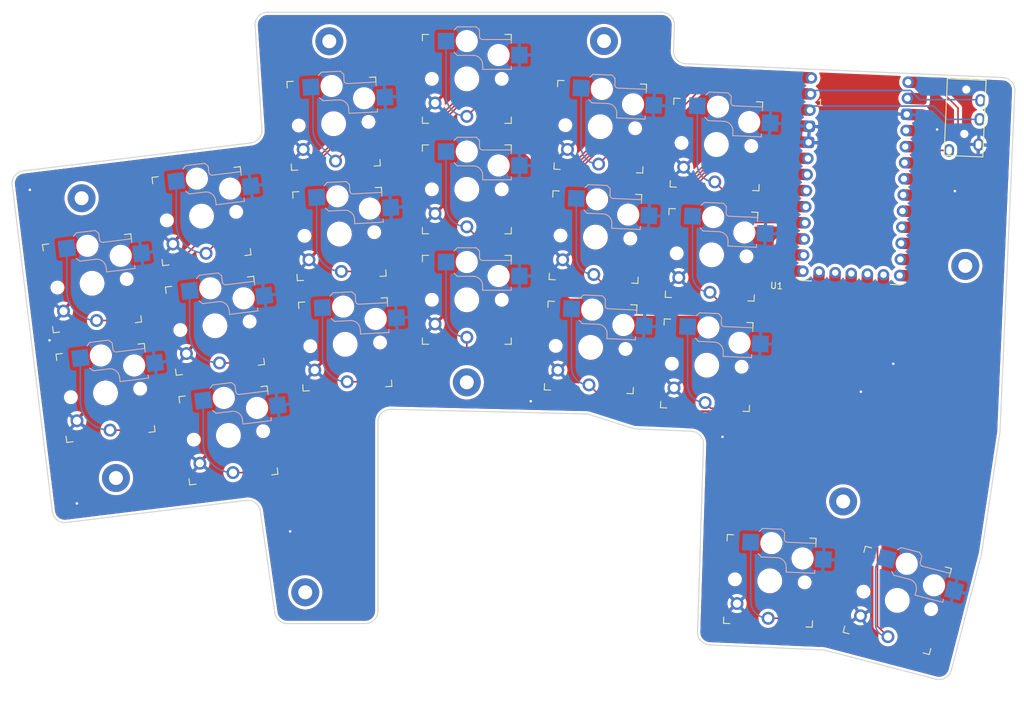
<source format=kicad_pcb>
(kicad_pcb (version 20240108) (generator "pcbnew") (generator_version "8.0")
  (title_block (title "Kivipallur_left") (rev "1") (company "dresan"))
  (layers (0 "F.Cu" signal) (31 "B.Cu" signal) (34 "B.Paste" user) (35 "F.Paste" user) (36 "B.SilkS" user "B.Silkscreen") (37 "F.SilkS" user "F.Silkscreen") (38 "B.Mask" user) (39 "F.Mask" user) (44 "Edge.Cuts" user))
  (net 0 "")
  (net 1 "/TRRS_TX")
  (net 2 "+3V3")
  (net 3 "GND")
  (net 4 "/TRRS_RX")
  (net 5 "/OUTER_TOP")
  (net 6 "/OUTER_BOTTOM")
  (net 7 "/PINKY_TOP")
  (net 8 "/PINKY_HOME")
  (net 9 "/PINKY_BOTTOM")
  (net 10 "/RING_TOP")
  (net 11 "/RING_HOME")
  (net 12 "/RING_BOTTOM")
  (net 13 "/MIDDLE_TOP")
  (net 14 "/MIDDLE_HOME")
  (net 15 "/MIDDLE_BOTTOM")
  (net 16 "/INDEX_TOP")
  (net 17 "/INDEX_HOME")
  (net 18 "/INDEX_BOTTOM")
  (net 19 "/INNER_TOP")
  (net 20 "/INNER_HOME")
  (net 21 "/INNER_BOTTOM")
  (net 22 "/THUMB_LEFT")
  (net 23 "/THUMB_RIGHT")
  (footprint "MountingHole:MountingHole_2.2mm_M2_Pad" (layer "F.Cu") (at 75.164907 111.092323)
    (property "Reference" "H2" (hide yes))
    (property "Value" "MountingHole")
  )
  (footprint "keyswitches:Kailh_socket_PG1350_optional" (layer "F.Cu") (at 149.927095 90.5232 -2.5)
    (property "Reference" "SW14" (hide yes))
    (property "Value" "SW_Push")
  )
  (footprint "keyswitches:Kailh_socket_PG1350_optional" (layer "F.Cu") (at 151.44505 55.756322 -2.5)
    (property "Reference" "SW12" (hide yes))
    (property "Value" "SW_Push")
  )
  (footprint "MountingHole:MountingHole_2.2mm_M2_Pad" (layer "F.Cu") (at 130.427095 96.0232)
    (property "Reference" "H4" (hide yes))
    (property "Value" "MountingHole")
  )
  (footprint "keyswitches:Kailh_socket_PG1350_optional" (layer "F.Cu") (at 150.686073 73.139761 -2.5)
    (property "Reference" "SW13" (hide yes))
    (property "Value" "SW_Push")
  )
  (footprint "keyswitches:Kailh_socket_PG1350_optional" (layer "F.Cu") (at 110.35719 72.659375 3)
    (property "Reference" "SW7" (hide yes))
    (property "Value" "SW_Push")
  )
  (footprint "keyswitches:Kailh_socket_PG1350_optional" (layer "F.Cu") (at 71.399144 80.422647 7)
    (property "Reference" "SW1" (hide yes))
    (property "Value" "SW_Push")
  )
  (footprint "keyswitches:Kailh_socket_PG1350_optional" (layer "F.Cu") (at 168.981321 75.940454 -2.5)
    (property "Reference" "SW16" (hide yes))
    (property "Value" "SW_Push")
  )
  (footprint "keyswitches:Kailh_socket_PG1350_optional" (layer "F.Cu") (at 178.150244 127.28927 -2.5)
    (property "Reference" "SW18" (hide yes))
    (property "Value" "SW_Push")
  )
  (footprint "keyswitches:Kailh_socket_PG1350_optional" (layer "F.Cu") (at 73.519671 97.69295 7)
    (property "Reference" "SW2" (hide yes))
    (property "Value" "SW_Push")
  )
  (footprint "keyswitches:Kailh_socket_PG1350_optional" (layer "F.Cu") (at 109.446544 55.283221 3)
    (property "Reference" "SW6" (hide yes))
    (property "Value" "SW_Push")
  )
  (footprint "Keebio-Parts:TRRS-PJ-320A" (layer "F.Cu") (at 209.172629 48.305576 -2.5)
    (property "Reference" "J1")
    (property "Value" "TRRS")
  )
  (footprint "PCM_marbastlib-xp-promicroish:Helios_ACH" (layer "F.Cu") (at 191.6 64.9 -2.5)
    (property "Reference" "U1")
    (property "Value" "Helios")
  )
  (footprint "keyswitches:Kailh_socket_PG1350_optional" (layer "F.Cu") (at 88.638291 69.842863 7)
    (property "Reference" "SW3" (hide yes))
    (property "Value" "SW_Push")
  )
  (footprint "MountingHole:MountingHole_2.2mm_M2_Pad" (layer "F.Cu") (at 152.033912 42.269171)
    (property "Reference" "H6" (hide yes))
    (property "Value" "MountingHole")
  )
  (footprint "keyswitches:Kailh_socket_PG1350_optional" (layer "F.Cu") (at 168.222344 93.323893 -2.5)
    (property "Reference" "SW17" (hide yes))
    (property "Value" "SW_Push")
  )
  (footprint "keyswitches:Kailh_socket_PG1350_optional" (layer "F.Cu") (at 90.758818 87.113166 7)
    (property "Reference" "SW4" (hide yes))
    (property "Value" "SW_Push")
  )
  (footprint "keyswitches:Kailh_socket_PG1350_optional" (layer "F.Cu") (at 198.235056 130.368288 -14.5)
    (property "Reference" "SW19" (hide yes))
    (property "Value" "SW_Push")
  )
  (footprint "MountingHole:MountingHole_2.2mm_M2_Pad" (layer "F.Cu") (at 69.753908 67.023274)
    (property "Reference" "H1" (hide yes))
    (property "Value" "MountingHole")
  )
  (footprint "keyswitches:Kailh_socket_PG1350_optional" (layer "F.Cu") (at 130.427095 83.0232)
    (property "Reference" "SW11" (hide yes))
    (property "Value" "SW_Push")
  )
  (footprint "MountingHole:MountingHole_2.2mm_M2_Pad" (layer "F.Cu") (at 104.980863 129.092845)
    (property "Reference" "H3" (hide yes))
    (property "Value" "MountingHole")
  )
  (footprint "keyswitches:Kailh_socket_PG1350_optional" (layer "F.Cu") (at 92.879344 104.383469 7)
    (property "Reference" "SW5" (hide yes))
    (property "Value" "SW_Push")
  )
  (footprint "MountingHole:MountingHole_2.2mm_M2_Pad" (layer "F.Cu") (at 108.766176 42.301037)
    (property "Reference" "H5" (hide yes))
    (property "Value" "MountingHole")
  )
  (footprint "MountingHole:MountingHole_2.2mm_M2_Pad" (layer "F.Cu") (at 208.94325 77.68523)
    (property "Reference" "H7" (hide yes))
    (property "Value" "MountingHole")
  )
  (footprint "keyswitches:Kailh_socket_PG1350_optional" (layer "F.Cu") (at 130.427095 48.2232)
    (property "Reference" "SW9" (hide yes))
    (property "Value" "SW_Push")
  )
  (footprint "keyswitches:Kailh_socket_PG1350_optional" (layer "F.Cu") (at 111.267835 90.035529 3)
    (property "Reference" "SW8" (hide yes))
    (property "Value" "SW_Push")
  )
  (footprint "MountingHole:MountingHole_2.2mm_M2_Pad" (layer "F.Cu") (at 189.706827 114.781456)
    (property "Reference" "H8" (hide yes))
    (property "Value" "MountingHole")
  )
  (footprint "keyswitches:Kailh_socket_PG1350_optional" (layer "F.Cu") (at 169.740299 58.557015 -2.5)
    (property "Reference" "SW15" (hide yes))
    (property "Value" "SW_Push")
  )
  (footprint "keyswitches:Kailh_socket_PG1350_optional" (layer "F.Cu") (at 130.427095 65.6232)
    (property "Reference" "SW10" (hide yes))
    (property "Value" "SW_Push")
  )
  (gr_arc (start 206.757757 141.346665) (mid 205.834291 142.570486) (end 204.315654 142.780888) (stroke (width 0.15)) (layer "Edge.Cuts"))
  (gr_arc (start 116.427096 102.27159) (mid 117.029886 100.840575) (end 118.4749 100.272162) (stroke (width 0.15)) (layer "Edge.Cuts"))
  (gr_arc (start 95.685384 114.617785) (mid 97.145324 115.015158) (end 97.909193 116.321234) (stroke (width 0.15)) (layer "Edge.Cuts"))
  (gr_arc (start 164.886763 45.833197) (mid 163.500773 45.187728) (end 162.975737 43.751784) (stroke (width 0.15)) (layer "Edge.Cuts"))
  (gr_arc (start 67.360227 118.095677) (mid 65.885165 117.686606) (end 65.131395 116.354323) (stroke (width 0.15)) (layer "Edge.Cuts"))
  (gr_arc (start 214.843092 48.014338) (mid 216.230408 48.661254) (end 216.753949 50.099673) (stroke (width 0.15)) (layer "Edge.Cuts"))
  (gr_line (start 149.183563 101.00638) (end 118.4749 100.272162) (stroke (width 0.15)) (layer "Edge.Cuts"))
  (gr_arc (start 98.151578 56.19364) (mid 97.696905 57.600882) (end 96.399697 58.311029) (stroke (width 0.15)) (layer "Edge.Cuts"))
  (gr_line (start 65.131395 116.354323) (end 58.818563 64.940432) (stroke (width 0.15)) (layer "Edge.Cuts"))
  (gr_line (start 116.427095 102.27159) (end 116.427095 132.0232) (stroke (width 0.15)) (layer "Edge.Cuts"))
  (gr_line (start 114.427095 134.0232) (end 102.162749 134.0232) (stroke (width 0.15)) (layer "Edge.Cuts"))
  (gr_line (start 100.182679 132.304843) (end 97.909193 116.321234) (stroke (width 0.15)) (layer "Edge.Cuts"))
  (gr_line (start 214.391243 103.954017) (end 211.529073 122.8552) (stroke (width 0.15)) (layer "Edge.Cuts"))
  (gr_line (start 186.471031 138.162566) (end 168.677091 137.385666) (stroke (width 0.15)) (layer "Edge.Cuts"))
  (gr_line (start 164.886762 45.833197) (end 214.843092 48.014337) (stroke (width 0.15)) (layer "Edge.Cuts"))
  (gr_arc (start 149.183563 101.00638) (mid 149.465744 101.033219) (end 149.741297 101.099681) (stroke (width 0.15)) (layer "Edge.Cuts"))
  (gr_line (start 99.064074 37.7232) (end 161.141969 37.7232) (stroke (width 0.15)) (layer "Edge.Cuts"))
  (gr_arc (start 168.677092 137.385667) (mid 167.297868 136.74753) (end 166.765334 135.324194) (stroke (width 0.15)) (layer "Edge.Cuts"))
  (gr_arc (start 157.040065 103.345668) (mid 156.777876 103.31681) (end 156.521765 103.253699) (stroke (width 0.15)) (layer "Edge.Cuts"))
  (gr_line (start 163.140233 39.806517) (end 162.975737 43.751784) (stroke (width 0.15)) (layer "Edge.Cuts"))
  (gr_arc (start 58.818564 64.940432) (mid 59.227634 63.46537) (end 60.559917 62.711601) (stroke (width 0.15)) (layer "Edge.Cuts"))
  (gr_line (start 166.765334 135.324194) (end 167.701716 105.789169) (stroke (width 0.15)) (layer "Edge.Cuts"))
  (gr_line (start 211.487911 123.056518) (end 206.757757 141.346666) (stroke (width 0.15)) (layer "Edge.Cuts"))
  (gr_arc (start 214.411883 103.741813) (mid 214.404393 103.84819) (end 214.391243 103.954017) (stroke (width 0.15)) (layer "Edge.Cuts"))
  (gr_line (start 95.685384 114.617784) (end 67.360226 118.095676) (stroke (width 0.15)) (layer "Edge.Cuts"))
  (gr_line (start 98.151578 56.193639) (end 97.068454 39.855498) (stroke (width 0.15)) (layer "Edge.Cuts"))
  (gr_arc (start 97.068454 39.855498) (mid 97.603835 38.356561) (end 99.064074 37.7232) (stroke (width 0.15)) (layer "Edge.Cuts"))
  (gr_arc (start 165.789959 103.727697) (mid 167.169182 104.365834) (end 167.701716 105.789169) (stroke (width 0.15)) (layer "Edge.Cuts"))
  (gr_arc (start 102.16275 134.0232) (mid 100.851888 133.533711) (end 100.182679 132.304843) (stroke (width 0.15)) (layer "Edge.Cuts"))
  (gr_line (start 216.753949 50.099673) (end 214.411883 103.741814) (stroke (width 0.15)) (layer "Edge.Cuts"))
  (gr_line (start 204.315654 142.780888) (end 186.889601 138.22568) (stroke (width 0.15)) (layer "Edge.Cuts"))
  (gr_line (start 60.559917 62.711601) (end 96.399697 58.311029) (stroke (width 0.15)) (layer "Edge.Cuts"))
  (gr_arc (start 116.427095 132.0232) (mid 115.841309 133.437414) (end 114.427095 134.0232) (stroke (width 0.15)) (layer "Edge.Cuts"))
  (gr_line (start 156.521765 103.253699) (end 149.741297 101.099681) (stroke (width 0.15)) (layer "Edge.Cuts"))
  (gr_arc (start 186.471031 138.162566) (mid 186.68199 138.183018) (end 186.889601 138.22568) (stroke (width 0.15)) (layer "Edge.Cuts"))
  (gr_arc (start 211.529072 122.8552) (mid 211.511079 122.956388) (end 211.487911 123.056518) (stroke (width 0.15)) (layer "Edge.Cuts"))
  (gr_line (start 165.789959 103.727696) (end 157.040065 103.345668) (stroke (width 0.15)) (layer "Edge.Cuts"))
  (gr_arc (start 161.14197 37.7232) (mid 162.585339 38.338757) (end 163.140233 39.806517) (stroke (width 0.15)) (layer "Edge.Cuts"))
  (segment (start 200.329522 50.050676) (end 185.156856 50.050676) (width 0.25) (layer "B.Cu") (net 1))
  (segment (start 211.228003 51.5) (end 201.778846 51.5) (width 0.25) (layer "B.Cu") (net 1))
  (segment (start 185.156856 50.050676) (end 184.596615 50.610917) (width 0.25) (layer "B.Cu") (net 1))
  (segment (start 211.330858 51.602855) (end 211.228003 51.5) (width 0.25) (layer "B.Cu") (net 1))
  (segment (start 201.778846 51.5) (end 200.329522 50.050676) (width 0.25) (layer "B.Cu") (net 1))
  (segment (start 211.330858 51.602855) (end 211.330858 51.969142) (width 0.25) (layer "B.Cu") (net 1))
  (segment (start 201.33786 59.494496) (end 200.788493 58.945129) (width 0.25) (layer "F.Cu") (net 2))
  (segment (start 206.381919 59.494496) (end 201.33786 59.494496) (width 0.25) (layer "F.Cu") (net 2))
  (via (at 61.6 65.7) (size 0.8) (drill 0.4) (layers "F.Cu" "B.Cu") (net 3))
  (via (at 192.5 97.5) (size 0.8) (drill 0.4) (layers "F.Cu" "B.Cu") (net 3))
  (via (at 170.7 104.6) (size 0.8) (drill 0.4) (layers "F.Cu" "B.Cu") (net 3))
  (via (at 64.7 89.4) (size 0.8) (drill 0.4) (layers "F.Cu" "B.Cu") (net 3))
  (via (at 207.3 65.9) (size 0.8) (drill 0.4) (layers "F.Cu" "B.Cu") (net 3))
  (via (at 204.5 56.2) (size 0.8) (drill 0.4) (layers "F.Cu" "B.Cu") (net 3))
  (via (at 102.6 119.5) (size 0.8) (drill 0.4) (layers "F.Cu" "B.Cu") (net 3))
  (via (at 140.5 99) (size 0.8) (drill 0.4) (layers "F.Cu" "B.Cu") (net 3))
  (via (at 197.6 93.1) (size 0.8) (drill 0.4) (layers "F.Cu" "B.Cu") (net 3))
  (via (at 69 115.1) (size 0.8) (drill 0.4) (layers "F.Cu" "B.Cu") (net 3))
  (segment (start 183.795265 53.7) (end 183.187059 53.091794) (width 0.25) (layer "F.Cu") (net 4))
  (segment (start 203.975371 52.500676) (end 185.133645 52.500676) (width 0.25) (layer "B.Cu") (net 4))
  (segment (start 185.133645 52.500676) (end 184.485822 53.148499) (width 0.25) (layer "B.Cu") (net 4))
  (segment (start 211.2 54.6) (end 206.074695 54.6) (width 0.25) (layer "B.Cu") (net 4))
  (segment (start 206.074695 54.6) (end 203.975371 52.500676) (width 0.25) (layer "B.Cu") (net 4))
  (segment (start 150.140812 58.65) (end 158.45 58.65) (width 0.25) (layer "F.Cu") (net 5))
  (segment (start 121.8 58.5) (end 128.9 51.4) (width 0.25) (layer "F.Cu") (net 5))
  (segment (start 144.154594 61.745406) (end 147.045406 61.745406) (width 0.25) (layer "F.Cu") (net 5))
  (segment (start 88.3 73.8) (end 93.8 73.8) (width 0.25) (layer "F.Cu") (net 5))
  (segment (start 147.045406 61.745406) (end 150.140812 58.65) (width 0.25) (layer "F.Cu") (net 5))
  (segment (start 158.45 58.65) (end 169.083371 48.016629) (width 0.25) (layer "F.Cu") (net 5))
  (segment (start 72.118173 86.278669) (end 75.821331 86.278669) (width 0.25) (layer "F.Cu") (net 5))
  (segment (start 75.821331 86.278669) (end 88.3 73.8) (width 0.25) (layer "F.Cu") (net 5))
  (segment (start 93.8 73.8) (end 109.1 58.5) (width 0.25) (layer "F.Cu") (net 5))
  (segment (start 133.809188 51.4) (end 144.154594 61.745406) (width 0.25) (layer "F.Cu") (net 5))
  (segment (start 109.1 58.5) (end 121.8 58.5) (width 0.25) (layer "F.Cu") (net 5))
  (segment (start 169.083371 48.016629) (end 183.408646 48.016629) (width 0.25) (layer "F.Cu") (net 5))
  (segment (start 128.9 51.4) (end 133.809188 51.4) (width 0.25) (layer "F.Cu") (net 5))
  (segment (start 67.423433 81.583929) (end 67.423433 74.916119) (width 0.25) (layer "B.Cu") (net 5))
  (arc (start 72.118173 86.278669) (mid 68.798491 84.903611) (end 67.423433 81.583929) (width 0.25) (layer "B.Cu") (net 5))
  (segment (start 202.820294 64.020294) (end 200.566907 64.020294) (width 0.25) (layer "F.Cu") (net 6))
  (segment (start 100.524349 110.689491) (end 100.60692 110.60692) (width 0.25) (layer "F.Cu") (net 6))
  (segment (start 94.4 112.2) (end 95.910509 110.689491) (width 0.25) (layer "F.Cu") (net 6))
  (segment (start 100.60692 110.60692) (end 114.386396 96.827443) (width 0.25) (layer "F.Cu") (net 6))
  (segment (start 137.890812 92.7) (end 143.349974 98.159162) (width 0.25) (layer "F.Cu") (net 6))
  (segment (start 86.9 112.2) (end 94.4 112.2) (width 0.25) (layer "F.Cu") (net 6))
  (segment (start 78.248972 103.548972) (end 86.9 112.2) (width 0.25) (layer "F.Cu") (net 6))
  (segment (start 204.6 81.836396) (end 204.6 65.8) (width 0.25) (layer "F.Cu") (net 6))
  (segment (start 114.386396 96.827443) (end 121.872557 96.827443) (width 0.25) (layer "F.Cu") (net 6))
  (segment (start 143.349974 98.159162) (end 147.240839 98.159162) (width 0.25) (layer "F.Cu") (net 6))
  (segment (start 148.804469 99.722792) (end 160.177208 99.722792) (width 0.25) (layer "F.Cu") (net 6))
  (segment (start 147.240839 98.159162) (end 148.804469 99.722792) (width 0.25) (layer "F.Cu") (net 6))
  (segment (start 184.077118 102.359278) (end 204.6 81.836396) (width 0.25) (layer "F.Cu") (net 6))
  (segment (start 95.910509 110.689491) (end 100.524349 110.689491) (width 0.25) (layer "F.Cu") (net 6))
  (segment (start 204.6 65.8) (end 202.820294 64.020294) (width 0.25) (layer "F.Cu") (net 6))
  (segment (start 74.2387 103.548972) (end 78.248972 103.548972) (width 0.25) (layer "F.Cu") (net 6))
  (segment (start 121.872557 96.827443) (end 126 92.7) (width 0.25) (layer "F.Cu") (net 6))
  (segment (start 160.177208 99.722792) (end 162.813694 102.359278) (width 0.25) (layer "F.Cu") (net 6))
  (segment (start 162.813694 102.359278) (end 184.077118 102.359278) (width 0.25) (layer "F.Cu") (net 6))
  (segment (start 126 92.7) (end 137.890812 92.7) (width 0.25) (layer "F.Cu") (net 6))
  (segment (start 69.54396 98.854232) (end 69.54396 92.186422) (width 0.25) (layer "B.Cu") (net 6))
  (arc (start 74.2387 103.548972) (mid 70.919018 102.173914) (end 69.54396 98.854232) (width 0.25) (layer "B.Cu") (net 6))
  (segment (start 158.5 59.1) (end 160.104541 60.704541) (width 0.25) (layer "F.Cu") (net 7))
  (segment (start 150.327208 59.1) (end 158.5 59.1) (width 0.25) (layer "F.Cu") (net 7))
  (segment (start 89.35732 75.698885) (end 90.806205 74.25) (width 0.25) (layer "F.Cu") (net 7))
  (segment (start 90.806205 74.25) (end 93.986396 74.25) (width 0.25) (layer "F.Cu") (net 7))
  (segment (start 160.104541 60.704541) (end 160.2 60.704541) (width 0.25) (layer "F.Cu") (net 7))
  (segment (start 121.986396 58.95) (end 129.086396 51.85) (width 0.25) (layer "F.Cu") (net 7))
  (segment (start 129.086396 51.85) (end 133.622792 51.85) (width 0.25) (layer "F.Cu") (net 7))
  (segment (start 168.886271 60.704541) (end 182.85468 60.704541) (width 0.25) (layer "F.Cu") (net 7))
  (segment (start 165.840812 63.75) (end 168.886271 60.704541) (width 0.25) (layer "F.Cu") (net 7))
  (segment (start 109.286396 58.95) (end 121.986396 58.95) (width 0.25) (layer "F.Cu") (net 7))
  (segment (start 147.213604 62.213604) (end 150.327208 59.1) (width 0.25) (layer "F.Cu") (net 7))
  (segment (start 163.245459 63.75) (end 165.840812 63.75) (width 0.25) (layer "F.Cu") (net 7))
  (segment (start 160.2 60.704541) (end 163.245459 63.75) (width 0.25) (layer "F.Cu") (net 7))
  (segment (start 133.622792 51.85) (end 143.986396 62.213604) (width 0.25) (layer "F.Cu") (net 7))
  (segment (start 93.986396 74.25) (end 109.286396 58.95) (width 0.25) (layer "F.Cu") (net 7))
  (segment (start 143.986396 62.213604) (end 147.213604 62.213604) (width 0.25) (layer "F.Cu") (net 7))
  (segment (start 84.66258 71.004145) (end 84.66258 64.336335) (width 0.25) (layer "B.Cu") (net 7))
  (arc (start 89.35732 75.698885) (mid 86.037638 74.323827) (end 84.66258 71.004145) (width 0.25) (layer "B.Cu") (net 7))
  (segment (start 188.4 81.79999) (end 188.4 82.2) (width 0.25) (layer "F.Cu") (net 8))
  (segment (start 153.7 84.9) (end 151 82.2) (width 0.25) (layer "F.Cu") (net 8))
  (segment (start 151 82.2) (end 146.863604 82.2) (width 0.25) (layer "F.Cu") (net 8))
  (segment (start 138.963604 74.3) (end 120.6 74.3) (width 0.25) (layer "F.Cu") (net 8))
  (segment (start 185.7 84.9) (end 153.7 84.9) (width 0.25) (layer "F.Cu") (net 8))
  (segment (start 188.4 82.2) (end 185.7 84.9) (width 0.25) (layer "F.Cu") (net 8))
  (segment (start 106 81.2) (end 94.230812 92.969188) (width 0.25) (layer "F.Cu") (net 8))
  (segment (start 120.6 74.3) (end 113.7 81.2) (width 0.25) (layer "F.Cu") (net 8))
  (segment (start 188.396349 81.796339) (end 188.4 81.79999) (width 0.25) (layer "F.Cu") (net 8))
  (segment (start 146.863604 82.2) (end 138.963604 74.3) (width 0.25) (layer "F.Cu") (net 8))
  (segment (start 113.7 81.2) (end 106 81.2) (width 0.25) (layer "F.Cu") (net 8))
  (segment (start 94.230812 92.969188) (end 91.477847 92.969188) (width 0.25) (layer "F.Cu") (net 8))
  (segment (start 188.396349 80.044673) (end 188.396349 81.796339) (width 0.25) (layer "F.Cu") (net 8))
  (segment (start 86.783107 88.274448) (end 86.783107 81.606638) (width 0.25) (layer "B.Cu") (net 8))
  (arc (start 91.477847 92.969188) (mid 88.158165 91.59413) (end 86.783107 88.274448) (width 0.25) (layer "B.Cu") (net 8))
  (segment (start 183.890722 101.909278) (end 204.15 81.65) (width 0.25) (layer "F.Cu") (net 9))
  (segment (start 160.30901 99.218198) (end 163.00009 101.909278) (width 0.25) (layer "F.Cu") (net 9))
  (segment (start 147.427235 97.709162) (end 148.936271 99.218198) (width 0.25) (layer "F.Cu") (net 9))
  (segment (start 114.2 96.377443) (end 121.622557 96.377443) (width 0.25) (layer "F.Cu") (net 9))
  (segment (start 202.957876 66.557876) (end 200.456114 66.557876) (width 0.25) (layer "F.Cu") (net 9))
  (segment (start 143.53637 97.709162) (end 147.427235 97.709162) (width 0.25) (layer "F.Cu") (net 9))
  (segment (start 100.337952 110.239491) (end 114.2 96.377443) (width 0.25) (layer "F.Cu") (net 9))
  (segment (start 163.00009 101.909278) (end 183.890722 101.909278) (width 0.25) (layer "F.Cu") (net 9))
  (segment (start 138.077208 92.25) (end 143.53637 97.709162) (width 0.25) (layer "F.Cu") (net 9))
  (segment (start 148.936271 99.218198) (end 160.30901 99.218198) (width 0.25) (layer "F.Cu") (net 9))
  (segment (start 204.15 81.65) (end 204.15 67.75) (width 0.25) (layer "F.Cu") (net 9))
  (segment (start 204.15 67.75) (end 202.957876 66.557876) (width 0.25) (layer "F.Cu") (net 9))
  (segment (start 93.598373 110.239491) (end 100.337952 110.239491) (width 0.25) (layer "F.Cu") (net 9))
  (segment (start 125.75 92.25) (end 138.077208 92.25) (width 0.25) (layer "F.Cu") (net 9))
  (segment (start 121.622557 96.377443) (end 125.75 92.25) (width 0.25) (layer "F.Cu") (net 9))
  (segment (start 88.903633 105.544751) (end 88.903633 98.876941) (width 0.25) (layer "B.Cu") (net 9))
  (arc (start 93.598373 110.239491) (mid 90.278691 108.864433) (end 88.903633 105.544751) (width 0.25) (layer "B.Cu") (net 9))
  (segment (start 129.272792 52.3) (end 133.436396 52.3) (width 0.25) (layer "F.Cu") (net 10))
  (segment (start 166.027208 64.2) (end 169.072667 61.154541) (width 0.25) (layer "F.Cu") (net 10))
  (segment (start 147.381802 62.681802) (end 150.513604 59.55) (width 0.25) (layer "F.Cu") (net 10))
  (segment (start 162.963604 64.2) (end 166.027208 64.2) (width 0.25) (layer "F.Cu") (net 10))
  (segment (start 143.818198 62.681802) (end 147.381802 62.681802) (width 0.25) (layer "F.Cu") (net 10))
  (segment (start 150.513604 59.55) (end 158.313604 59.55) (width 0.25) (layer "F.Cu") (net 10))
  (segment (start 176.314916 63.242124) (end 182.743886 63.242124) (width 0.25) (layer "F.Cu") (net 10))
  (segment (start 109.755326 61.175135) (end 111.530461 59.4) (width 0.25) (layer "F.Cu") (net 10))
  (segment (start 133.436396 52.3) (end 143.818198 62.681802) (width 0.25) (layer "F.Cu") (net 10))
  (segment (start 111.530461 59.4) (end 122.172792 59.4) (width 0.25) (layer "F.Cu") (net 10))
  (segment (start 169.072667 61.154541) (end 174.227333 61.154541) (width 0.25) (layer "F.Cu") (net 10))
  (segment (start 122.172792 59.4) (end 129.272792 52.3) (width 0.25) (layer "F.Cu") (net 10))
  (segment (start 174.227333 61.154541) (end 176.314916 63.242124) (width 0.25) (layer "F.Cu") (net 10))
  (segment (start 158.313604 59.55) (end 162.963604 64.2) (width 0.25) (layer "F.Cu") (net 10))
  (segment (start 109.755326 61.175135) (end 107.274667 58.694476) (width 0.25) (layer "B.Cu") (net 10))
  (segment (start 106.2 56.1) (end 106.2 50.322423) (width 0.25) (layer "B.Cu") (net 10))
  (arc (start 107.274667 58.694476) (mid 106.479297 57.50412) (end 106.2 56.1) (width 0.25) (layer "B.Cu") (net 10))
  (arc (start 106.2 50.322423) (mid 106.112841 49.884245) (end 105.864633 49.512776) (width 0.25) (layer "B.Cu") (net 10))
  (segment (start 185.858767 82.041233) (end 185.858767 79.93388) (width 0.25) (layer "F.Cu") (net 11))
  (segment (start 153.886396 84.45) (end 183.45 84.45) (width 0.25) (layer "F.Cu") (net 11))
  (segment (start 147.05 81.75) (end 151.186396 81.75) (width 0.25) (layer "F.Cu") (net 11))
  (segment (start 110.665972 78.551289) (end 115.712315 78.551289) (width 0.25) (layer "F.Cu") (net 11))
  (segment (start 115.712315 78.551289) (end 120.413604 73.85) (width 0.25) (layer "F.Cu") (net 11))
  (segment (start 120.413604 73.85) (end 139.15 73.85) (width 0.25) (layer "F.Cu") (net 11))
  (segment (start 151.186396 81.75) (end 153.886396 84.45) (width 0.25) (layer "F.Cu") (net 11))
  (segment (start 183.45 84.45) (end 185.858767 82.041233) (width 0.25) (layer "F.Cu") (net 11))
  (segment (start 139.15 73.85) (end 147.05 81.75) (width 0.25) (layer "F.Cu") (net 11))
  (segment (start 106.775279 74.660596) (end 106.775279 66.88893) (width 0.25) (layer "B.Cu") (net 11))
  (arc (start 110.665972 78.551289) (mid 107.914837 77.411731) (end 106.775279 74.660596) (width 0.25) (layer "B.Cu") (net 11))
  (segment (start 202.895459 69.095459) (end 200.34532 69.095459) (width 0.25) (layer "F.Cu") (net 12))
  (segment (start 143.722766 97.259162) (end 147.613631 97.259162) (width 0.25) (layer "F.Cu") (net 12))
  (segment (start 203.7 69.9) (end 202.895459 69.095459) (width 0.25) (layer "F.Cu") (net 12))
  (segment (start 203.7 81.463604) (end 203.7 69.9) (width 0.25) (layer "F.Cu") (net 12))
  (segment (start 121.372557 95.927443) (end 125.5 91.8) (width 0.25) (layer "F.Cu") (net 12))
  (segment (start 149.122667 98.768198) (end 160.495406 98.768198) (width 0.25) (layer "F.Cu") (net 12))
  (segment (start 125.5 91.8) (end 138.3 91.8) (width 0.25) (layer "F.Cu") (net 12))
  (segment (start 111.576617 95.927443) (end 121.372557 95.927443) (width 0.25) (layer "F.Cu") (net 12))
  (segment (start 183.704326 101.459278) (end 203.7 81.463604) (width 0.25) (layer "F.Cu") (net 12))
  (segment (start 141.55 95.05) (end 141.55 95.086396) (width 0.25) (layer "F.Cu") (net 12))
  (segment (start 147.613631 97.259162) (end 149.122667 98.768198) (width 0.25) (layer "F.Cu") (net 12))
  (segment (start 160.495406 98.768198) (end 163.186486 101.459278) (width 0.25) (layer "F.Cu") (net 12))
  (segment (start 141.55 95.086396) (end 143.722766 97.259162) (width 0.25) (layer "F.Cu") (net 12))
  (segment (start 138.3 91.8) (end 141.55 95.05) (width 0.25) (layer "F.Cu") (net 12))
  (segment (start 163.186486 101.459278) (end 183.704326 101.459278) (width 0.25) (layer "F.Cu") (net 12))
  (segment (start 107.685924 92.03675) (end 107.685924 84.265084) (width 0.25) (layer "B.Cu") (net 12))
  (arc (start 111.576617 95.927443) (mid 108.825482 94.787885) (end 107.685924 92.03675) (width 0.25) (layer "B.Cu") (net 12))
  (segment (start 169.259063 61.604541) (end 174.040937 61.604541) (width 0.25) (layer "F.Cu") (net 13))
  (segment (start 147.5 63.2) (end 150.7 60) (width 0.25) (layer "F.Cu") (net 13))
  (segment (start 174.040937 61.604541) (end 178.216102 65.779706) (width 0.25) (layer "F.Cu") (net 13))
  (segment (start 130.427095 54.1232) (end 131.800295 52.75) (width 0.25) (layer "F.Cu") (net 13))
  (segment (start 166.213604 64.65) (end 169.259063 61.604541) (width 0.25) (layer "F.Cu") (net 13))
  (segment (start 133.25 52.75) (end 143.7 63.2) (width 0.25) (layer "F.Cu") (net 13))
  (segment (start 178.216102 65.779706) (end 182.633093 65.779706) (width 0.25) (layer "F.Cu") (net 13))
  (segment (start 158.127208 60) (end 162.777208 64.65) (width 0.25) (layer "F.Cu") (net 13))
  (segment (start 150.7 60) (end 158.127208 60) (width 0.25) (layer "F.Cu") (net 13))
  (segment (start 131.800295 52.75) (end 133.25 52.75) (width 0.25) (layer "F.Cu") (net 13))
  (segment (start 143.7 63.2) (end 147.5 63.2) (width 0.25) (layer "F.Cu") (net 13))
  (segment (start 162.777208 64.65) (end 166.213604 64.65) (width 0.25) (layer "F.Cu") (net 13))
  (segment (start 127.152095 50.8482) (end 127.152095 42.2732) (width 0.25) (layer "B.Cu") (net 13))
  (arc (start 130.427095 54.1232) (mid 128.11132 53.163975) (end 127.152095 50.8482) (width 0.25) (layer "B.Cu") (net 13))
  (segment (start 178.4 84) (end 182.079127 80.320873) (width 0.25) (layer "F.Cu") (net 14))
  (segment (start 139.336396 73.4) (end 147.236396 81.3) (width 0.25) (layer "F.Cu") (net 14))
  (segment (start 132.303895 73.4) (end 139.336396 73.4) (width 0.25) (layer "F.Cu") (net 14))
  (segment (start 147.236396 81.3) (end 151.372792 81.3) (width 0.25) (layer "F.Cu") (net 14))
  (segment (start 182.079127 80.320873) (end 182.079127 78.467619) (width 0.25) (layer "F.Cu") (net 14))
  (segment (start 130.427095 71.5232) (end 132.303895 73.4) (width 0.25) (layer "F.Cu") (net 14))
  (segment (start 151.372792 81.3) (end 154.072792 84) (width 0.25) (layer "F.Cu") (net 14))
  (segment (start 154.072792 84) (end 178.4 84) (width 0.25) (layer "F.Cu") (net 14))
  (segment (start 127.152095 68.2482) (end 127.152095 59.6732) (width 0.25) (layer "B.Cu") (net 14))
  (arc (start 130.427095 71.5232) (mid 128.11132 70.563975) (end 127.152095 68.2482) (width 0.25) (layer "B.Cu") (net 14))
  (segment (start 149.309063 98.318198) (end 160.681802 98.318198) (width 0.25) (layer "F.Cu") (net 15))
  (segment (start 163.372882 101.009278) (end 183.51793 101.009278) (width 0.25) (layer "F.Cu") (net 15))
  (segment (start 143.909162 96.809162) (end 147.800027 96.809162) (width 0.25) (layer "F.Cu") (net 15))
  (segment (start 130.427095 90.527095) (end 131.25 91.35) (width 0.25) (layer "F.Cu") (net 15))
  (segment (start 147.800027 96.809162) (end 149.309063 98.318198) (width 0.25) (layer "F.Cu") (net 15))
  (segment (start 138.486396 91.35) (end 142 94.863604) (width 0.25) (layer "F.Cu") (net 15))
  (segment (start 131.25 91.35) (end 138.486396 91.35) (width 0.25) (layer "F.Cu") (net 15))
  (segment (start 142 94.863604) (end 142 94.9) (width 0.25) (layer "F.Cu") (net 15))
  (segment (start 160.681802 98.318198) (end 163.372882 101.009278) (width 0.25) (layer "F.Cu") (net 15))
  (segment (start 142 94.9) (end 143.909162 96.809162) (width 0.25) (layer "F.Cu") (net 15))
  (segment (start 130.427095 88.9232) (end 130.427095 90.527095) (width 0.25) (layer "F.Cu") (net 15))
  (segment (start 183.51793 101.009278) (end 196.009097 88.518111) (width 0.25) (layer "F.Cu") (net 15))
  (segment (start 196.009097 88.518111) (end 196.009097 80.377053) (width 0.25) (layer "F.Cu") (net 15))
  (segment (start 127.152095 85.6482) (end 127.152095 77.0732) (width 0.25) (layer "B.Cu") (net 15))
  (arc (start 130.427095 88.9232) (mid 128.11132 87.963975) (end 127.152095 85.6482) (width 0.25) (layer "B.Cu") (net 15))
  (segment (start 152.388403 60.45) (end 157.940812 60.45) (width 0.25) (layer "F.Cu") (net 16))
  (segment (start 151.187696 61.650707) (end 152.388403 60.45) (width 0.25) (layer "F.Cu") (net 16))
  (segment (start 180.117289 68.317289) (end 182.5223 68.317289) (width 0.25) (layer "F.Cu") (net 16))
  (segment (start 157.940812 60.45) (end 162.590812 65.1) (width 0.25) (layer "F.Cu") (net 16))
  (segment (start 173.854541 62.054541) (end 180.117289 68.317289) (width 0.25) (layer "F.Cu") (net 16))
  (segment (start 166.4 65.1) (end 169.445459 62.054541) (width 0.25) (layer "F.Cu") (net 16))
  (segment (start 169.445459 62.054541) (end 173.854541 62.054541) (width 0.25) (layer "F.Cu") (net 16))
  (segment (start 162.590812 65.1) (end 166.4 65.1) (width 0.25) (layer "F.Cu") (net 16))
  (segment (start 148.432702 58.895713) (end 148.432702 49.669132) (width 0.25) (layer "B.Cu") (net 16))
  (arc (start 151.187696 61.650707) (mid 149.239621 60.843788) (end 148.432702 58.895713) (width 0.25) (layer "B.Cu") (net 16))
  (segment (start 150.428719 79.034146) (end 152.054594 80.660021) (width 0.25) (layer "F.Cu") (net 17))
  (segment (start 152.054594 80.660021) (end 152.054594 81.345406) (width 0.25) (layer "F.Cu") (net 17))
  (segment (start 152.054594 81.345406) (end 154.259188 83.55) (width 0.25) (layer "F.Cu") (net 17))
  (segment (start 154.259188 83.55) (end 172.05 83.55) (width 0.25) (layer "F.Cu") (net 17))
  (segment (start 172.05 83.55) (end 179.669964 75.930036) (width 0.25) (layer "F.Cu") (net 17))
  (segment (start 179.669964 75.930036) (end 182.18992 75.930036) (width 0.25) (layer "F.Cu") (net 17))
  (segment (start 147.673725 76.279152) (end 147.673725 67.052571) (width 0.25) (layer "B.Cu") (net 17))
  (arc (start 150.428719 79.034146) (mid 148.480644 78.227227) (end 147.673725 76.279152) (width 0.25) (layer "B.Cu") (net 17))
  (segment (start 163.559278 100.559278) (end 183.331534 100.559278) (width 0.25) (layer "F.Cu") (net 18))
  (segment (start 183.331534 100.559278) (end 193.471514 90.419298) (width 0.25) (layer "F.Cu") (net 18))
  (segment (start 160.868198 97.868198) (end 163.559278 100.559278) (width 0.25) (layer "F.Cu") (net 18))
  (segment (start 151.120354 97.868198) (end 160.868198 97.868198) (width 0.25) (layer "F.Cu") (net 18))
  (segment (start 193.471514 90.419298) (end 193.471514 80.26626) (width 0.25) (layer "F.Cu") (net 18))
  (segment (start 149.669741 96.417585) (end 151.120354 97.868198) (width 0.25) (layer "F.Cu") (net 18))
  (segment (start 146.914747 93.662591) (end 146.914747 84.43601) (width 0.25) (layer "B.Cu") (net 18))
  (arc (start 149.669741 96.417585) (mid 147.721666 95.610666) (end 146.914747 93.662591) (width 0.25) (layer "B.Cu") (net 18))
  (segment (start 175.886416 70.854871) (end 182.411507 70.854871) (width 0.25) (layer "F.Cu") (net 19))
  (segment (start 169.482945 64.4514) (end 175.886416 70.854871) (width 0.25) (layer "F.Cu") (net 19))
  (segment (start 166.727951 61.696406) (end 166.727951 52.469825) (width 0.25) (layer "B.Cu") (net 19))
  (arc (start 169.482945 64.4514) (mid 167.53487 63.644481) (end 166.727951 61.696406) (width 0.25) (layer "B.Cu") (net 19))
  (segment (start 168.723967 81.834839) (end 169.989128 83.1) (width 0.25) (layer "F.Cu") (net 20))
  (segment (start 180.007546 73.392454) (end 182.300714 73.392454) (width 0.25) (layer "F.Cu") (net 20))
  (segment (start 179.4 74) (end 180.007546 73.392454) (width 0.25) (layer "F.Cu") (net 20))
  (segment (start 179.4 75.563604) (end 179.4 74) (width 0.25) (layer "F.Cu") (net 20))
  (segment (start 171.863604 83.1) (end 179.4 75.563604) (width 0.25) (layer "F.Cu") (net 20))
  (segment (start 169.989128 83.1) (end 171.863604 83.1) (width 0.25) (layer "F.Cu") (net 20))
  (segment (start 165.968973 79.079845) (end 165.968973 69.853264) (width 0.25) (layer "B.Cu") (net 20))
  (arc (start 168.723967 81.834839) (mid 166.775892 81.02792) (end 165.968973 79.079845) (width 0.25) (layer "B.Cu") (net 20))
  (segment (start 190.933932 92.320484) (end 190.933932 80.155466) (width 0.25) (layer "F.Cu") (net 21))
  (segment (start 183.145138 100.109278) (end 190.933932 92.320484) (width 0.25) (layer "F.Cu") (net 21))
  (segment (start 167.96499 99.218278) (end 168.85599 100.109278) (width 0.25) (layer "F.Cu") (net 21))
  (segment (start 168.85599 100.109278) (end 183.145138 100.109278) (width 0.25) (layer "F.Cu") (net 21))
  (segment (start 165.209996 96.463284) (end 165.209996 87.236703) (width 0.25) (layer "B.Cu") (net 21))
  (arc (start 167.96499 99.218278) (mid 166.016915 98.411359) (end 165.209996 96.463284) (width 0.25) (layer "B.Cu") (net 21))
  (segment (start 205.05 82.022792) (end 194.668198 92.404594) (width 0.25) (layer "F.Cu") (net 22))
  (segment (start 185.116345 133.183655) (end 177.89289 133.183655) (width 0.25) (layer "F.Cu") (net 22))
  (segment (start 200.6777 61.482711) (end 202.429366 61.482711) (width 0.25) (layer "F.Cu") (net 22))
  (segment (start 194.668198 92.404594) (end 194.668198 123.631802) (width 0.25) (layer "F.Cu") (net 22))
  (segment (start 202.429366 61.482711) (end 205.05 64.103345) (width 0.25) (layer "F.Cu") (net 22))
  (segment (start 205.05 64.103345) (end 205.05 82.022792) (width 0.25) (layer "F.Cu") (net 22))
  (segment (start 194.668198 123.631802) (end 185.116345 133.183655) (width 0.25) (layer "F.Cu") (net 22))
  (segment (start 175.137896 130.428661) (end 175.137896 121.20208) (width 0.25) (layer "B.Cu") (net 22))
  (arc (start 177.89289 133.183655) (mid 175.944815 132.376736) (end 175.137896 130.428661) (width 0.25) (layer "B.Cu") (net 22))
  (segment (start 205.5 82.209188) (end 205.5 64) (width 0.25) (layer "F.Cu") (net 23))
  (segment (start 205.5 64) (end 207.8 61.7) (width 0.25) (layer "F.Cu") (net 23))
  (segment (start 207.8 52.8) (end 203.794799 48.794799) (width 0.25) (layer "F.Cu") (net 23))
  (segment (start 203.794799 48.794799) (end 201.231666 48.794799) (width 0.25) (layer "F.Cu") (net 23))
  (segment (start 207.8 61.7) (end 207.8 52.8) (width 0.25) (layer "F.Cu") (net 23))
  (segment (start 195.118198 92.59099) (end 205.5 82.209188) (width 0.25) (layer "F.Cu") (net 23))
  (segment (start 196.757814 136.080359) (end 195.118198 134.440743) (width 0.25) (layer "F.Cu") (net 23))
  (segment (start 195.118198 134.440743) (end 195.118198 92.59099) (width 0.25) (layer "F.Cu") (net 23))
  (segment (start 194.8 134.122545) (end 194.8 125.541949) (width 0.25) (layer "B.Cu") (net 23))
  (arc (start 194.8 125.541949) (mid 195.313774 124.301589) (end 196.554134 123.787815) (width 0.25) (layer "B.Cu") (net 23))
  (arc (start 196.757814 136.080359) (mid 195.37343 135.506929) (end 194.8 134.122545) (width 0.25) (layer "B.Cu") (net 23))
  (zone (net 3) (net_name "GND") (layers "F&B.Cu") (connect_pads (clearance 0.508)) (min_thickness 0.25) (fill yes (thermal_gap 0.5) (thermal_bridge_width 0.5))
    (polygon (pts (xy 56.9 60.5) (xy 95.3 55.8) (xy 95 36) (xy 163.9 35.8) (xy 164.1 42.4) (xy 218.2 46.2) (xy 212.8 146.5) (xy 163.4 141.3) (xy 163.9 105.8) (xy 118 103.1) (xy 117.3 136.5) (xy 99.5 135.6) (xy 94.8 118.8) (xy 61.4 121.5) (xy 61.1 116.4)))
  )
)
</source>
